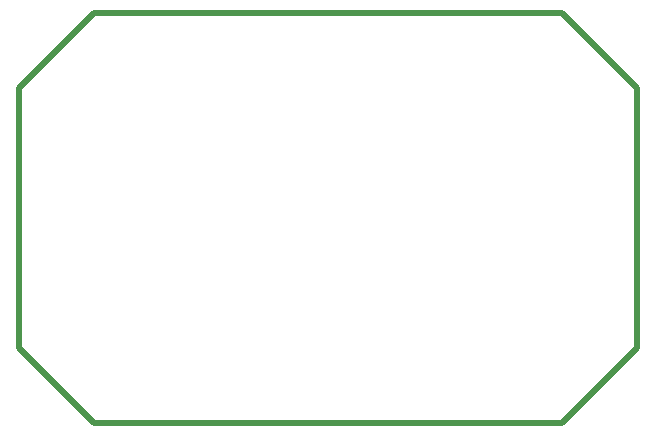
<source format=gbr>
G04 ( created by brdgerber.py ( brdgerber.py v0.1 2014-03-12 ) ) date 2021-02-10 18:50:56 EST*
G04 Gerber Fmt 3.4, Leading zero omitted, Abs format*
%MOIN*%
%FSLAX34Y34*%
G01*
G70*
G90*
G04 APERTURE LIST*
%ADD28C,0.0047*%
%ADD25C,0.0059*%
%ADD17R,0.0629X0.0709*%
%ADD22R,0.0709X0.0629*%
%ADD13C,0.0020*%
%ADD18R,0.0472X0.0275*%
%ADD20C,0.1500*%
%ADD15C,0.0550*%
%ADD21C,0.0000*%
%ADD14R,0.0550X0.0550*%
%ADD10R,0.0260X0.0800*%
%ADD29C,0.0472*%
%ADD27R,0.1575X0.0945*%
%ADD26C,0.0400*%
%ADD24C,0.0100*%
%ADD19C,0.0012*%
%ADD23C,0.0200*%
%ADD11C,0.0050*%
%ADD16C,0.0120*%
%ADD12C,0.0060*%
G04 APERTURE END LIST*
G54D28*
D23*
G01X-03600Y25100D02*
G01X12000Y25100D01*
D23*
G01X14500Y22100D02*
G01X14500Y13950D01*
D23*
G01X-03600Y11450D02*
G01X12000Y11450D01*
D23*
G01X-06100Y22100D02*
G01X-06100Y13950D01*
D23*
G01X-06100Y22600D02*
G01X-06100Y22100D01*
D23*
G01X14500Y22600D02*
G01X14500Y22100D01*
D23*
G01X-06100Y13950D02*
G01X-03600Y11450D01*
D23*
G01X-06100Y22600D02*
G01X-03600Y25100D01*
D23*
G01X12000Y25100D02*
G01X14500Y22600D01*
D23*
G01X12000Y11450D02*
G01X14500Y13950D01*
M02*

</source>
